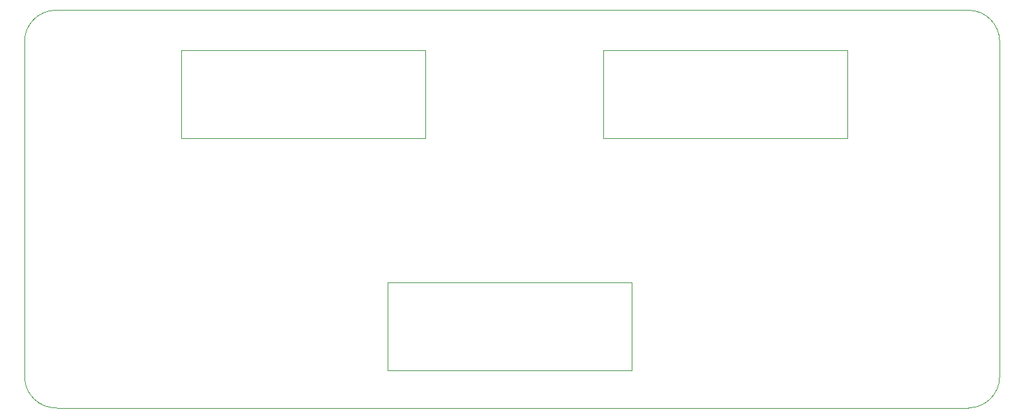
<source format=gm1>
G04 #@! TF.GenerationSoftware,KiCad,Pcbnew,(5.1.9)-1*
G04 #@! TF.CreationDate,2022-01-12T11:01:28-07:00*
G04 #@! TF.ProjectId,Kicad_Back_Plate_3x_DB9,4b696361-645f-4426-9163-6b5f506c6174,rev?*
G04 #@! TF.SameCoordinates,Original*
G04 #@! TF.FileFunction,Profile,NP*
%FSLAX46Y46*%
G04 Gerber Fmt 4.6, Leading zero omitted, Abs format (unit mm)*
G04 Created by KiCad (PCBNEW (5.1.9)-1) date 2022-01-12 11:01:28*
%MOMM*%
%LPD*%
G01*
G04 APERTURE LIST*
G04 #@! TA.AperFunction,Profile*
%ADD10C,0.050000*%
G04 #@! TD*
G04 APERTURE END LIST*
D10*
X46440000Y-34880000D02*
X77690000Y-34880000D01*
X77690000Y-34880000D02*
X77690000Y-46130000D01*
X46440000Y-46130000D02*
X77690000Y-46130000D01*
X46440000Y-34880000D02*
X46440000Y-46130000D01*
X74030000Y-5130000D02*
X105280000Y-5130000D01*
X105280000Y-5130000D02*
X105280000Y-16380000D01*
X74030000Y-16380000D02*
X105280000Y-16380000D01*
X74030000Y-5130000D02*
X74030000Y-16380000D01*
X4100000Y-50900000D02*
G75*
G02*
X0Y-47000000I-100000J4000000D01*
G01*
X0Y-4000000D02*
X0Y-47000000D01*
X120800000Y0D02*
G75*
G02*
X124800000Y-4000000I0J-4000000D01*
G01*
X4000000Y0D02*
X120800000Y0D01*
X124800000Y-46900000D02*
X124800000Y-4000000D01*
X4100000Y-50900000D02*
X120800000Y-50900000D01*
X51280000Y-5120000D02*
X51280000Y-16370000D01*
X0Y-4000000D02*
G75*
G02*
X4000000Y0I4000000J0D01*
G01*
X20030000Y-5120000D02*
X20030000Y-16370000D01*
X20030000Y-16370000D02*
X51280000Y-16370000D01*
X20030000Y-5120000D02*
X51280000Y-5120000D01*
X124800000Y-46900000D02*
G75*
G02*
X120800000Y-50900000I-4000000J0D01*
G01*
M02*

</source>
